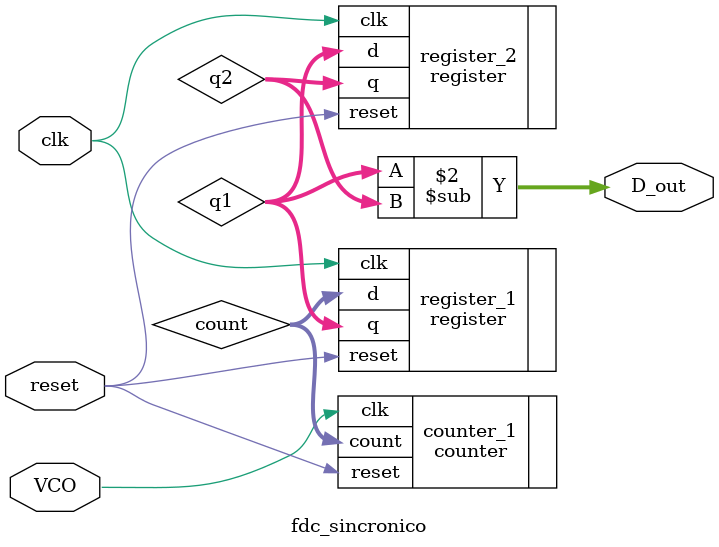
<source format=v>
module fdc_sincronico(
    input wire VCO, clk, reset,
    output reg [4:0] D_out
);
    wire [4:0] count, q1, q2;

    counter counter_1(.clk(VCO), .reset(reset), .count(count));
    register register_1(.clk(clk), .reset(reset), .d(count), .q(q1));
    register register_2(.clk(clk), .reset(reset), .d(q1), .q(q2));

    always @* 
        D_out = q1 - q2;
endmodule


</source>
